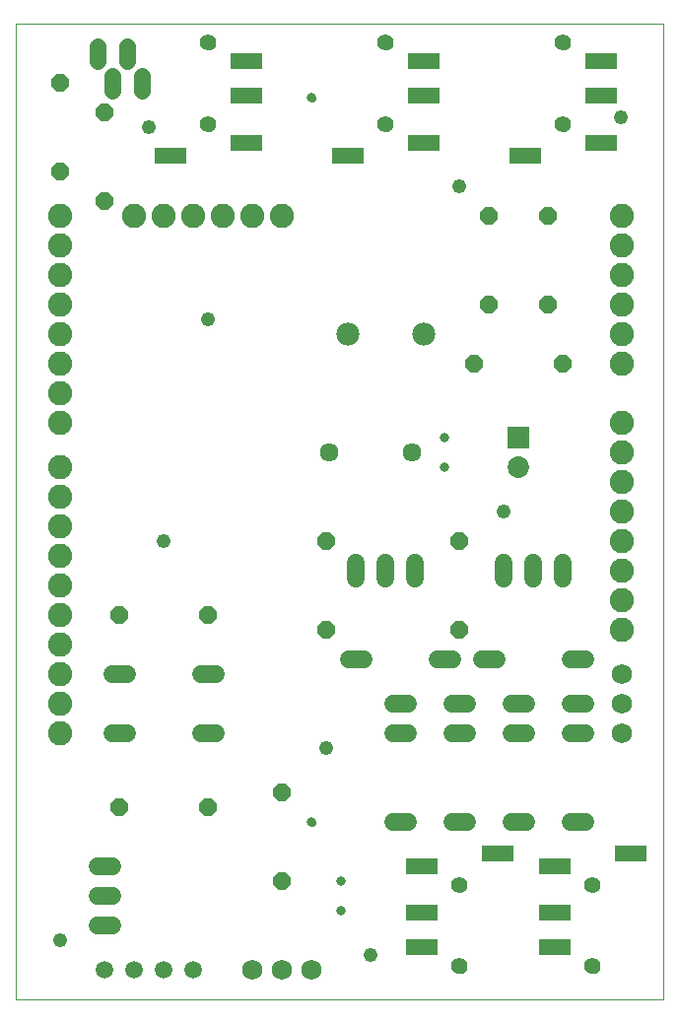
<source format=gts>
G75*
%MOIN*%
%OFA0B0*%
%FSLAX25Y25*%
%IPPOS*%
%LPD*%
%AMOC8*
5,1,8,0,0,1.08239X$1,22.5*
%
%ADD10C,0.00000*%
%ADD11C,0.03162*%
%ADD12C,0.08200*%
%ADD13C,0.07300*%
%ADD14R,0.07300X0.07300*%
%ADD15C,0.03162*%
%ADD16C,0.06343*%
%ADD17C,0.06000*%
%ADD18C,0.05950*%
%ADD19C,0.06800*%
%ADD20OC8,0.06000*%
%ADD21C,0.07800*%
%ADD22R,0.10643X0.05524*%
%ADD23C,0.05524*%
%ADD24C,0.05800*%
%ADD25C,0.04762*%
%ADD26C,0.04800*%
D10*
X0006800Y0012524D02*
X0006800Y0342484D01*
X0225501Y0342484D01*
X0225501Y0012524D01*
X0006800Y0012524D01*
X0105619Y0072524D02*
X0105621Y0072593D01*
X0105627Y0072661D01*
X0105637Y0072729D01*
X0105651Y0072796D01*
X0105669Y0072863D01*
X0105690Y0072928D01*
X0105716Y0072992D01*
X0105745Y0073054D01*
X0105777Y0073114D01*
X0105813Y0073173D01*
X0105853Y0073229D01*
X0105895Y0073283D01*
X0105941Y0073334D01*
X0105990Y0073383D01*
X0106041Y0073429D01*
X0106095Y0073471D01*
X0106151Y0073511D01*
X0106209Y0073547D01*
X0106270Y0073579D01*
X0106332Y0073608D01*
X0106396Y0073634D01*
X0106461Y0073655D01*
X0106528Y0073673D01*
X0106595Y0073687D01*
X0106663Y0073697D01*
X0106731Y0073703D01*
X0106800Y0073705D01*
X0106869Y0073703D01*
X0106937Y0073697D01*
X0107005Y0073687D01*
X0107072Y0073673D01*
X0107139Y0073655D01*
X0107204Y0073634D01*
X0107268Y0073608D01*
X0107330Y0073579D01*
X0107390Y0073547D01*
X0107449Y0073511D01*
X0107505Y0073471D01*
X0107559Y0073429D01*
X0107610Y0073383D01*
X0107659Y0073334D01*
X0107705Y0073283D01*
X0107747Y0073229D01*
X0107787Y0073173D01*
X0107823Y0073114D01*
X0107855Y0073054D01*
X0107884Y0072992D01*
X0107910Y0072928D01*
X0107931Y0072863D01*
X0107949Y0072796D01*
X0107963Y0072729D01*
X0107973Y0072661D01*
X0107979Y0072593D01*
X0107981Y0072524D01*
X0107979Y0072455D01*
X0107973Y0072387D01*
X0107963Y0072319D01*
X0107949Y0072252D01*
X0107931Y0072185D01*
X0107910Y0072120D01*
X0107884Y0072056D01*
X0107855Y0071994D01*
X0107823Y0071933D01*
X0107787Y0071875D01*
X0107747Y0071819D01*
X0107705Y0071765D01*
X0107659Y0071714D01*
X0107610Y0071665D01*
X0107559Y0071619D01*
X0107505Y0071577D01*
X0107449Y0071537D01*
X0107391Y0071501D01*
X0107330Y0071469D01*
X0107268Y0071440D01*
X0107204Y0071414D01*
X0107139Y0071393D01*
X0107072Y0071375D01*
X0107005Y0071361D01*
X0106937Y0071351D01*
X0106869Y0071345D01*
X0106800Y0071343D01*
X0106731Y0071345D01*
X0106663Y0071351D01*
X0106595Y0071361D01*
X0106528Y0071375D01*
X0106461Y0071393D01*
X0106396Y0071414D01*
X0106332Y0071440D01*
X0106270Y0071469D01*
X0106209Y0071501D01*
X0106151Y0071537D01*
X0106095Y0071577D01*
X0106041Y0071619D01*
X0105990Y0071665D01*
X0105941Y0071714D01*
X0105895Y0071765D01*
X0105853Y0071819D01*
X0105813Y0071875D01*
X0105777Y0071933D01*
X0105745Y0071994D01*
X0105716Y0072056D01*
X0105690Y0072120D01*
X0105669Y0072185D01*
X0105651Y0072252D01*
X0105637Y0072319D01*
X0105627Y0072387D01*
X0105621Y0072455D01*
X0105619Y0072524D01*
X0154438Y0051382D02*
X0154440Y0051479D01*
X0154446Y0051576D01*
X0154456Y0051672D01*
X0154470Y0051768D01*
X0154488Y0051864D01*
X0154509Y0051958D01*
X0154535Y0052052D01*
X0154564Y0052144D01*
X0154598Y0052235D01*
X0154634Y0052325D01*
X0154675Y0052413D01*
X0154719Y0052499D01*
X0154767Y0052584D01*
X0154818Y0052666D01*
X0154872Y0052747D01*
X0154930Y0052825D01*
X0154991Y0052900D01*
X0155054Y0052973D01*
X0155121Y0053044D01*
X0155191Y0053111D01*
X0155263Y0053176D01*
X0155338Y0053237D01*
X0155416Y0053296D01*
X0155495Y0053351D01*
X0155577Y0053403D01*
X0155661Y0053451D01*
X0155747Y0053496D01*
X0155835Y0053538D01*
X0155924Y0053576D01*
X0156015Y0053610D01*
X0156107Y0053640D01*
X0156200Y0053667D01*
X0156295Y0053689D01*
X0156390Y0053708D01*
X0156486Y0053723D01*
X0156582Y0053734D01*
X0156679Y0053741D01*
X0156776Y0053744D01*
X0156873Y0053743D01*
X0156970Y0053738D01*
X0157066Y0053729D01*
X0157162Y0053716D01*
X0157258Y0053699D01*
X0157353Y0053678D01*
X0157446Y0053654D01*
X0157539Y0053625D01*
X0157631Y0053593D01*
X0157721Y0053557D01*
X0157809Y0053518D01*
X0157896Y0053474D01*
X0157981Y0053428D01*
X0158064Y0053377D01*
X0158145Y0053324D01*
X0158223Y0053267D01*
X0158300Y0053207D01*
X0158373Y0053144D01*
X0158444Y0053078D01*
X0158512Y0053009D01*
X0158578Y0052937D01*
X0158640Y0052863D01*
X0158699Y0052786D01*
X0158755Y0052707D01*
X0158808Y0052625D01*
X0158858Y0052542D01*
X0158903Y0052456D01*
X0158946Y0052369D01*
X0158985Y0052280D01*
X0159020Y0052190D01*
X0159051Y0052098D01*
X0159078Y0052005D01*
X0159102Y0051911D01*
X0159122Y0051816D01*
X0159138Y0051720D01*
X0159150Y0051624D01*
X0159158Y0051527D01*
X0159162Y0051430D01*
X0159162Y0051334D01*
X0159158Y0051237D01*
X0159150Y0051140D01*
X0159138Y0051044D01*
X0159122Y0050948D01*
X0159102Y0050853D01*
X0159078Y0050759D01*
X0159051Y0050666D01*
X0159020Y0050574D01*
X0158985Y0050484D01*
X0158946Y0050395D01*
X0158903Y0050308D01*
X0158858Y0050222D01*
X0158808Y0050139D01*
X0158755Y0050057D01*
X0158699Y0049978D01*
X0158640Y0049901D01*
X0158578Y0049827D01*
X0158512Y0049755D01*
X0158444Y0049686D01*
X0158373Y0049620D01*
X0158300Y0049557D01*
X0158223Y0049497D01*
X0158145Y0049440D01*
X0158064Y0049387D01*
X0157981Y0049336D01*
X0157896Y0049290D01*
X0157809Y0049246D01*
X0157721Y0049207D01*
X0157631Y0049171D01*
X0157539Y0049139D01*
X0157446Y0049110D01*
X0157353Y0049086D01*
X0157258Y0049065D01*
X0157162Y0049048D01*
X0157066Y0049035D01*
X0156970Y0049026D01*
X0156873Y0049021D01*
X0156776Y0049020D01*
X0156679Y0049023D01*
X0156582Y0049030D01*
X0156486Y0049041D01*
X0156390Y0049056D01*
X0156295Y0049075D01*
X0156200Y0049097D01*
X0156107Y0049124D01*
X0156015Y0049154D01*
X0155924Y0049188D01*
X0155835Y0049226D01*
X0155747Y0049268D01*
X0155661Y0049313D01*
X0155577Y0049361D01*
X0155495Y0049413D01*
X0155416Y0049468D01*
X0155338Y0049527D01*
X0155263Y0049588D01*
X0155191Y0049653D01*
X0155121Y0049720D01*
X0155054Y0049791D01*
X0154991Y0049864D01*
X0154930Y0049939D01*
X0154872Y0050017D01*
X0154818Y0050098D01*
X0154767Y0050180D01*
X0154719Y0050265D01*
X0154675Y0050351D01*
X0154634Y0050439D01*
X0154598Y0050529D01*
X0154564Y0050620D01*
X0154535Y0050712D01*
X0154509Y0050806D01*
X0154488Y0050900D01*
X0154470Y0050996D01*
X0154456Y0051092D01*
X0154446Y0051188D01*
X0154440Y0051285D01*
X0154438Y0051382D01*
X0154438Y0023823D02*
X0154440Y0023920D01*
X0154446Y0024017D01*
X0154456Y0024113D01*
X0154470Y0024209D01*
X0154488Y0024305D01*
X0154509Y0024399D01*
X0154535Y0024493D01*
X0154564Y0024585D01*
X0154598Y0024676D01*
X0154634Y0024766D01*
X0154675Y0024854D01*
X0154719Y0024940D01*
X0154767Y0025025D01*
X0154818Y0025107D01*
X0154872Y0025188D01*
X0154930Y0025266D01*
X0154991Y0025341D01*
X0155054Y0025414D01*
X0155121Y0025485D01*
X0155191Y0025552D01*
X0155263Y0025617D01*
X0155338Y0025678D01*
X0155416Y0025737D01*
X0155495Y0025792D01*
X0155577Y0025844D01*
X0155661Y0025892D01*
X0155747Y0025937D01*
X0155835Y0025979D01*
X0155924Y0026017D01*
X0156015Y0026051D01*
X0156107Y0026081D01*
X0156200Y0026108D01*
X0156295Y0026130D01*
X0156390Y0026149D01*
X0156486Y0026164D01*
X0156582Y0026175D01*
X0156679Y0026182D01*
X0156776Y0026185D01*
X0156873Y0026184D01*
X0156970Y0026179D01*
X0157066Y0026170D01*
X0157162Y0026157D01*
X0157258Y0026140D01*
X0157353Y0026119D01*
X0157446Y0026095D01*
X0157539Y0026066D01*
X0157631Y0026034D01*
X0157721Y0025998D01*
X0157809Y0025959D01*
X0157896Y0025915D01*
X0157981Y0025869D01*
X0158064Y0025818D01*
X0158145Y0025765D01*
X0158223Y0025708D01*
X0158300Y0025648D01*
X0158373Y0025585D01*
X0158444Y0025519D01*
X0158512Y0025450D01*
X0158578Y0025378D01*
X0158640Y0025304D01*
X0158699Y0025227D01*
X0158755Y0025148D01*
X0158808Y0025066D01*
X0158858Y0024983D01*
X0158903Y0024897D01*
X0158946Y0024810D01*
X0158985Y0024721D01*
X0159020Y0024631D01*
X0159051Y0024539D01*
X0159078Y0024446D01*
X0159102Y0024352D01*
X0159122Y0024257D01*
X0159138Y0024161D01*
X0159150Y0024065D01*
X0159158Y0023968D01*
X0159162Y0023871D01*
X0159162Y0023775D01*
X0159158Y0023678D01*
X0159150Y0023581D01*
X0159138Y0023485D01*
X0159122Y0023389D01*
X0159102Y0023294D01*
X0159078Y0023200D01*
X0159051Y0023107D01*
X0159020Y0023015D01*
X0158985Y0022925D01*
X0158946Y0022836D01*
X0158903Y0022749D01*
X0158858Y0022663D01*
X0158808Y0022580D01*
X0158755Y0022498D01*
X0158699Y0022419D01*
X0158640Y0022342D01*
X0158578Y0022268D01*
X0158512Y0022196D01*
X0158444Y0022127D01*
X0158373Y0022061D01*
X0158300Y0021998D01*
X0158223Y0021938D01*
X0158145Y0021881D01*
X0158064Y0021828D01*
X0157981Y0021777D01*
X0157896Y0021731D01*
X0157809Y0021687D01*
X0157721Y0021648D01*
X0157631Y0021612D01*
X0157539Y0021580D01*
X0157446Y0021551D01*
X0157353Y0021527D01*
X0157258Y0021506D01*
X0157162Y0021489D01*
X0157066Y0021476D01*
X0156970Y0021467D01*
X0156873Y0021462D01*
X0156776Y0021461D01*
X0156679Y0021464D01*
X0156582Y0021471D01*
X0156486Y0021482D01*
X0156390Y0021497D01*
X0156295Y0021516D01*
X0156200Y0021538D01*
X0156107Y0021565D01*
X0156015Y0021595D01*
X0155924Y0021629D01*
X0155835Y0021667D01*
X0155747Y0021709D01*
X0155661Y0021754D01*
X0155577Y0021802D01*
X0155495Y0021854D01*
X0155416Y0021909D01*
X0155338Y0021968D01*
X0155263Y0022029D01*
X0155191Y0022094D01*
X0155121Y0022161D01*
X0155054Y0022232D01*
X0154991Y0022305D01*
X0154930Y0022380D01*
X0154872Y0022458D01*
X0154818Y0022539D01*
X0154767Y0022621D01*
X0154719Y0022706D01*
X0154675Y0022792D01*
X0154634Y0022880D01*
X0154598Y0022970D01*
X0154564Y0023061D01*
X0154535Y0023153D01*
X0154509Y0023247D01*
X0154488Y0023341D01*
X0154470Y0023437D01*
X0154456Y0023533D01*
X0154446Y0023629D01*
X0154440Y0023726D01*
X0154438Y0023823D01*
X0199438Y0023823D02*
X0199440Y0023920D01*
X0199446Y0024017D01*
X0199456Y0024113D01*
X0199470Y0024209D01*
X0199488Y0024305D01*
X0199509Y0024399D01*
X0199535Y0024493D01*
X0199564Y0024585D01*
X0199598Y0024676D01*
X0199634Y0024766D01*
X0199675Y0024854D01*
X0199719Y0024940D01*
X0199767Y0025025D01*
X0199818Y0025107D01*
X0199872Y0025188D01*
X0199930Y0025266D01*
X0199991Y0025341D01*
X0200054Y0025414D01*
X0200121Y0025485D01*
X0200191Y0025552D01*
X0200263Y0025617D01*
X0200338Y0025678D01*
X0200416Y0025737D01*
X0200495Y0025792D01*
X0200577Y0025844D01*
X0200661Y0025892D01*
X0200747Y0025937D01*
X0200835Y0025979D01*
X0200924Y0026017D01*
X0201015Y0026051D01*
X0201107Y0026081D01*
X0201200Y0026108D01*
X0201295Y0026130D01*
X0201390Y0026149D01*
X0201486Y0026164D01*
X0201582Y0026175D01*
X0201679Y0026182D01*
X0201776Y0026185D01*
X0201873Y0026184D01*
X0201970Y0026179D01*
X0202066Y0026170D01*
X0202162Y0026157D01*
X0202258Y0026140D01*
X0202353Y0026119D01*
X0202446Y0026095D01*
X0202539Y0026066D01*
X0202631Y0026034D01*
X0202721Y0025998D01*
X0202809Y0025959D01*
X0202896Y0025915D01*
X0202981Y0025869D01*
X0203064Y0025818D01*
X0203145Y0025765D01*
X0203223Y0025708D01*
X0203300Y0025648D01*
X0203373Y0025585D01*
X0203444Y0025519D01*
X0203512Y0025450D01*
X0203578Y0025378D01*
X0203640Y0025304D01*
X0203699Y0025227D01*
X0203755Y0025148D01*
X0203808Y0025066D01*
X0203858Y0024983D01*
X0203903Y0024897D01*
X0203946Y0024810D01*
X0203985Y0024721D01*
X0204020Y0024631D01*
X0204051Y0024539D01*
X0204078Y0024446D01*
X0204102Y0024352D01*
X0204122Y0024257D01*
X0204138Y0024161D01*
X0204150Y0024065D01*
X0204158Y0023968D01*
X0204162Y0023871D01*
X0204162Y0023775D01*
X0204158Y0023678D01*
X0204150Y0023581D01*
X0204138Y0023485D01*
X0204122Y0023389D01*
X0204102Y0023294D01*
X0204078Y0023200D01*
X0204051Y0023107D01*
X0204020Y0023015D01*
X0203985Y0022925D01*
X0203946Y0022836D01*
X0203903Y0022749D01*
X0203858Y0022663D01*
X0203808Y0022580D01*
X0203755Y0022498D01*
X0203699Y0022419D01*
X0203640Y0022342D01*
X0203578Y0022268D01*
X0203512Y0022196D01*
X0203444Y0022127D01*
X0203373Y0022061D01*
X0203300Y0021998D01*
X0203223Y0021938D01*
X0203145Y0021881D01*
X0203064Y0021828D01*
X0202981Y0021777D01*
X0202896Y0021731D01*
X0202809Y0021687D01*
X0202721Y0021648D01*
X0202631Y0021612D01*
X0202539Y0021580D01*
X0202446Y0021551D01*
X0202353Y0021527D01*
X0202258Y0021506D01*
X0202162Y0021489D01*
X0202066Y0021476D01*
X0201970Y0021467D01*
X0201873Y0021462D01*
X0201776Y0021461D01*
X0201679Y0021464D01*
X0201582Y0021471D01*
X0201486Y0021482D01*
X0201390Y0021497D01*
X0201295Y0021516D01*
X0201200Y0021538D01*
X0201107Y0021565D01*
X0201015Y0021595D01*
X0200924Y0021629D01*
X0200835Y0021667D01*
X0200747Y0021709D01*
X0200661Y0021754D01*
X0200577Y0021802D01*
X0200495Y0021854D01*
X0200416Y0021909D01*
X0200338Y0021968D01*
X0200263Y0022029D01*
X0200191Y0022094D01*
X0200121Y0022161D01*
X0200054Y0022232D01*
X0199991Y0022305D01*
X0199930Y0022380D01*
X0199872Y0022458D01*
X0199818Y0022539D01*
X0199767Y0022621D01*
X0199719Y0022706D01*
X0199675Y0022792D01*
X0199634Y0022880D01*
X0199598Y0022970D01*
X0199564Y0023061D01*
X0199535Y0023153D01*
X0199509Y0023247D01*
X0199488Y0023341D01*
X0199470Y0023437D01*
X0199456Y0023533D01*
X0199446Y0023629D01*
X0199440Y0023726D01*
X0199438Y0023823D01*
X0199438Y0051382D02*
X0199440Y0051479D01*
X0199446Y0051576D01*
X0199456Y0051672D01*
X0199470Y0051768D01*
X0199488Y0051864D01*
X0199509Y0051958D01*
X0199535Y0052052D01*
X0199564Y0052144D01*
X0199598Y0052235D01*
X0199634Y0052325D01*
X0199675Y0052413D01*
X0199719Y0052499D01*
X0199767Y0052584D01*
X0199818Y0052666D01*
X0199872Y0052747D01*
X0199930Y0052825D01*
X0199991Y0052900D01*
X0200054Y0052973D01*
X0200121Y0053044D01*
X0200191Y0053111D01*
X0200263Y0053176D01*
X0200338Y0053237D01*
X0200416Y0053296D01*
X0200495Y0053351D01*
X0200577Y0053403D01*
X0200661Y0053451D01*
X0200747Y0053496D01*
X0200835Y0053538D01*
X0200924Y0053576D01*
X0201015Y0053610D01*
X0201107Y0053640D01*
X0201200Y0053667D01*
X0201295Y0053689D01*
X0201390Y0053708D01*
X0201486Y0053723D01*
X0201582Y0053734D01*
X0201679Y0053741D01*
X0201776Y0053744D01*
X0201873Y0053743D01*
X0201970Y0053738D01*
X0202066Y0053729D01*
X0202162Y0053716D01*
X0202258Y0053699D01*
X0202353Y0053678D01*
X0202446Y0053654D01*
X0202539Y0053625D01*
X0202631Y0053593D01*
X0202721Y0053557D01*
X0202809Y0053518D01*
X0202896Y0053474D01*
X0202981Y0053428D01*
X0203064Y0053377D01*
X0203145Y0053324D01*
X0203223Y0053267D01*
X0203300Y0053207D01*
X0203373Y0053144D01*
X0203444Y0053078D01*
X0203512Y0053009D01*
X0203578Y0052937D01*
X0203640Y0052863D01*
X0203699Y0052786D01*
X0203755Y0052707D01*
X0203808Y0052625D01*
X0203858Y0052542D01*
X0203903Y0052456D01*
X0203946Y0052369D01*
X0203985Y0052280D01*
X0204020Y0052190D01*
X0204051Y0052098D01*
X0204078Y0052005D01*
X0204102Y0051911D01*
X0204122Y0051816D01*
X0204138Y0051720D01*
X0204150Y0051624D01*
X0204158Y0051527D01*
X0204162Y0051430D01*
X0204162Y0051334D01*
X0204158Y0051237D01*
X0204150Y0051140D01*
X0204138Y0051044D01*
X0204122Y0050948D01*
X0204102Y0050853D01*
X0204078Y0050759D01*
X0204051Y0050666D01*
X0204020Y0050574D01*
X0203985Y0050484D01*
X0203946Y0050395D01*
X0203903Y0050308D01*
X0203858Y0050222D01*
X0203808Y0050139D01*
X0203755Y0050057D01*
X0203699Y0049978D01*
X0203640Y0049901D01*
X0203578Y0049827D01*
X0203512Y0049755D01*
X0203444Y0049686D01*
X0203373Y0049620D01*
X0203300Y0049557D01*
X0203223Y0049497D01*
X0203145Y0049440D01*
X0203064Y0049387D01*
X0202981Y0049336D01*
X0202896Y0049290D01*
X0202809Y0049246D01*
X0202721Y0049207D01*
X0202631Y0049171D01*
X0202539Y0049139D01*
X0202446Y0049110D01*
X0202353Y0049086D01*
X0202258Y0049065D01*
X0202162Y0049048D01*
X0202066Y0049035D01*
X0201970Y0049026D01*
X0201873Y0049021D01*
X0201776Y0049020D01*
X0201679Y0049023D01*
X0201582Y0049030D01*
X0201486Y0049041D01*
X0201390Y0049056D01*
X0201295Y0049075D01*
X0201200Y0049097D01*
X0201107Y0049124D01*
X0201015Y0049154D01*
X0200924Y0049188D01*
X0200835Y0049226D01*
X0200747Y0049268D01*
X0200661Y0049313D01*
X0200577Y0049361D01*
X0200495Y0049413D01*
X0200416Y0049468D01*
X0200338Y0049527D01*
X0200263Y0049588D01*
X0200191Y0049653D01*
X0200121Y0049720D01*
X0200054Y0049791D01*
X0199991Y0049864D01*
X0199930Y0049939D01*
X0199872Y0050017D01*
X0199818Y0050098D01*
X0199767Y0050180D01*
X0199719Y0050265D01*
X0199675Y0050351D01*
X0199634Y0050439D01*
X0199598Y0050529D01*
X0199564Y0050620D01*
X0199535Y0050712D01*
X0199509Y0050806D01*
X0199488Y0050900D01*
X0199470Y0050996D01*
X0199456Y0051092D01*
X0199446Y0051188D01*
X0199440Y0051285D01*
X0199438Y0051382D01*
X0189438Y0308665D02*
X0189440Y0308762D01*
X0189446Y0308859D01*
X0189456Y0308955D01*
X0189470Y0309051D01*
X0189488Y0309147D01*
X0189509Y0309241D01*
X0189535Y0309335D01*
X0189564Y0309427D01*
X0189598Y0309518D01*
X0189634Y0309608D01*
X0189675Y0309696D01*
X0189719Y0309782D01*
X0189767Y0309867D01*
X0189818Y0309949D01*
X0189872Y0310030D01*
X0189930Y0310108D01*
X0189991Y0310183D01*
X0190054Y0310256D01*
X0190121Y0310327D01*
X0190191Y0310394D01*
X0190263Y0310459D01*
X0190338Y0310520D01*
X0190416Y0310579D01*
X0190495Y0310634D01*
X0190577Y0310686D01*
X0190661Y0310734D01*
X0190747Y0310779D01*
X0190835Y0310821D01*
X0190924Y0310859D01*
X0191015Y0310893D01*
X0191107Y0310923D01*
X0191200Y0310950D01*
X0191295Y0310972D01*
X0191390Y0310991D01*
X0191486Y0311006D01*
X0191582Y0311017D01*
X0191679Y0311024D01*
X0191776Y0311027D01*
X0191873Y0311026D01*
X0191970Y0311021D01*
X0192066Y0311012D01*
X0192162Y0310999D01*
X0192258Y0310982D01*
X0192353Y0310961D01*
X0192446Y0310937D01*
X0192539Y0310908D01*
X0192631Y0310876D01*
X0192721Y0310840D01*
X0192809Y0310801D01*
X0192896Y0310757D01*
X0192981Y0310711D01*
X0193064Y0310660D01*
X0193145Y0310607D01*
X0193223Y0310550D01*
X0193300Y0310490D01*
X0193373Y0310427D01*
X0193444Y0310361D01*
X0193512Y0310292D01*
X0193578Y0310220D01*
X0193640Y0310146D01*
X0193699Y0310069D01*
X0193755Y0309990D01*
X0193808Y0309908D01*
X0193858Y0309825D01*
X0193903Y0309739D01*
X0193946Y0309652D01*
X0193985Y0309563D01*
X0194020Y0309473D01*
X0194051Y0309381D01*
X0194078Y0309288D01*
X0194102Y0309194D01*
X0194122Y0309099D01*
X0194138Y0309003D01*
X0194150Y0308907D01*
X0194158Y0308810D01*
X0194162Y0308713D01*
X0194162Y0308617D01*
X0194158Y0308520D01*
X0194150Y0308423D01*
X0194138Y0308327D01*
X0194122Y0308231D01*
X0194102Y0308136D01*
X0194078Y0308042D01*
X0194051Y0307949D01*
X0194020Y0307857D01*
X0193985Y0307767D01*
X0193946Y0307678D01*
X0193903Y0307591D01*
X0193858Y0307505D01*
X0193808Y0307422D01*
X0193755Y0307340D01*
X0193699Y0307261D01*
X0193640Y0307184D01*
X0193578Y0307110D01*
X0193512Y0307038D01*
X0193444Y0306969D01*
X0193373Y0306903D01*
X0193300Y0306840D01*
X0193223Y0306780D01*
X0193145Y0306723D01*
X0193064Y0306670D01*
X0192981Y0306619D01*
X0192896Y0306573D01*
X0192809Y0306529D01*
X0192721Y0306490D01*
X0192631Y0306454D01*
X0192539Y0306422D01*
X0192446Y0306393D01*
X0192353Y0306369D01*
X0192258Y0306348D01*
X0192162Y0306331D01*
X0192066Y0306318D01*
X0191970Y0306309D01*
X0191873Y0306304D01*
X0191776Y0306303D01*
X0191679Y0306306D01*
X0191582Y0306313D01*
X0191486Y0306324D01*
X0191390Y0306339D01*
X0191295Y0306358D01*
X0191200Y0306380D01*
X0191107Y0306407D01*
X0191015Y0306437D01*
X0190924Y0306471D01*
X0190835Y0306509D01*
X0190747Y0306551D01*
X0190661Y0306596D01*
X0190577Y0306644D01*
X0190495Y0306696D01*
X0190416Y0306751D01*
X0190338Y0306810D01*
X0190263Y0306871D01*
X0190191Y0306936D01*
X0190121Y0307003D01*
X0190054Y0307074D01*
X0189991Y0307147D01*
X0189930Y0307222D01*
X0189872Y0307300D01*
X0189818Y0307381D01*
X0189767Y0307463D01*
X0189719Y0307548D01*
X0189675Y0307634D01*
X0189634Y0307722D01*
X0189598Y0307812D01*
X0189564Y0307903D01*
X0189535Y0307995D01*
X0189509Y0308089D01*
X0189488Y0308183D01*
X0189470Y0308279D01*
X0189456Y0308375D01*
X0189446Y0308471D01*
X0189440Y0308568D01*
X0189438Y0308665D01*
X0189438Y0336224D02*
X0189440Y0336321D01*
X0189446Y0336418D01*
X0189456Y0336514D01*
X0189470Y0336610D01*
X0189488Y0336706D01*
X0189509Y0336800D01*
X0189535Y0336894D01*
X0189564Y0336986D01*
X0189598Y0337077D01*
X0189634Y0337167D01*
X0189675Y0337255D01*
X0189719Y0337341D01*
X0189767Y0337426D01*
X0189818Y0337508D01*
X0189872Y0337589D01*
X0189930Y0337667D01*
X0189991Y0337742D01*
X0190054Y0337815D01*
X0190121Y0337886D01*
X0190191Y0337953D01*
X0190263Y0338018D01*
X0190338Y0338079D01*
X0190416Y0338138D01*
X0190495Y0338193D01*
X0190577Y0338245D01*
X0190661Y0338293D01*
X0190747Y0338338D01*
X0190835Y0338380D01*
X0190924Y0338418D01*
X0191015Y0338452D01*
X0191107Y0338482D01*
X0191200Y0338509D01*
X0191295Y0338531D01*
X0191390Y0338550D01*
X0191486Y0338565D01*
X0191582Y0338576D01*
X0191679Y0338583D01*
X0191776Y0338586D01*
X0191873Y0338585D01*
X0191970Y0338580D01*
X0192066Y0338571D01*
X0192162Y0338558D01*
X0192258Y0338541D01*
X0192353Y0338520D01*
X0192446Y0338496D01*
X0192539Y0338467D01*
X0192631Y0338435D01*
X0192721Y0338399D01*
X0192809Y0338360D01*
X0192896Y0338316D01*
X0192981Y0338270D01*
X0193064Y0338219D01*
X0193145Y0338166D01*
X0193223Y0338109D01*
X0193300Y0338049D01*
X0193373Y0337986D01*
X0193444Y0337920D01*
X0193512Y0337851D01*
X0193578Y0337779D01*
X0193640Y0337705D01*
X0193699Y0337628D01*
X0193755Y0337549D01*
X0193808Y0337467D01*
X0193858Y0337384D01*
X0193903Y0337298D01*
X0193946Y0337211D01*
X0193985Y0337122D01*
X0194020Y0337032D01*
X0194051Y0336940D01*
X0194078Y0336847D01*
X0194102Y0336753D01*
X0194122Y0336658D01*
X0194138Y0336562D01*
X0194150Y0336466D01*
X0194158Y0336369D01*
X0194162Y0336272D01*
X0194162Y0336176D01*
X0194158Y0336079D01*
X0194150Y0335982D01*
X0194138Y0335886D01*
X0194122Y0335790D01*
X0194102Y0335695D01*
X0194078Y0335601D01*
X0194051Y0335508D01*
X0194020Y0335416D01*
X0193985Y0335326D01*
X0193946Y0335237D01*
X0193903Y0335150D01*
X0193858Y0335064D01*
X0193808Y0334981D01*
X0193755Y0334899D01*
X0193699Y0334820D01*
X0193640Y0334743D01*
X0193578Y0334669D01*
X0193512Y0334597D01*
X0193444Y0334528D01*
X0193373Y0334462D01*
X0193300Y0334399D01*
X0193223Y0334339D01*
X0193145Y0334282D01*
X0193064Y0334229D01*
X0192981Y0334178D01*
X0192896Y0334132D01*
X0192809Y0334088D01*
X0192721Y0334049D01*
X0192631Y0334013D01*
X0192539Y0333981D01*
X0192446Y0333952D01*
X0192353Y0333928D01*
X0192258Y0333907D01*
X0192162Y0333890D01*
X0192066Y0333877D01*
X0191970Y0333868D01*
X0191873Y0333863D01*
X0191776Y0333862D01*
X0191679Y0333865D01*
X0191582Y0333872D01*
X0191486Y0333883D01*
X0191390Y0333898D01*
X0191295Y0333917D01*
X0191200Y0333939D01*
X0191107Y0333966D01*
X0191015Y0333996D01*
X0190924Y0334030D01*
X0190835Y0334068D01*
X0190747Y0334110D01*
X0190661Y0334155D01*
X0190577Y0334203D01*
X0190495Y0334255D01*
X0190416Y0334310D01*
X0190338Y0334369D01*
X0190263Y0334430D01*
X0190191Y0334495D01*
X0190121Y0334562D01*
X0190054Y0334633D01*
X0189991Y0334706D01*
X0189930Y0334781D01*
X0189872Y0334859D01*
X0189818Y0334940D01*
X0189767Y0335022D01*
X0189719Y0335107D01*
X0189675Y0335193D01*
X0189634Y0335281D01*
X0189598Y0335371D01*
X0189564Y0335462D01*
X0189535Y0335554D01*
X0189509Y0335648D01*
X0189488Y0335742D01*
X0189470Y0335838D01*
X0189456Y0335934D01*
X0189446Y0336030D01*
X0189440Y0336127D01*
X0189438Y0336224D01*
X0129438Y0336224D02*
X0129440Y0336321D01*
X0129446Y0336418D01*
X0129456Y0336514D01*
X0129470Y0336610D01*
X0129488Y0336706D01*
X0129509Y0336800D01*
X0129535Y0336894D01*
X0129564Y0336986D01*
X0129598Y0337077D01*
X0129634Y0337167D01*
X0129675Y0337255D01*
X0129719Y0337341D01*
X0129767Y0337426D01*
X0129818Y0337508D01*
X0129872Y0337589D01*
X0129930Y0337667D01*
X0129991Y0337742D01*
X0130054Y0337815D01*
X0130121Y0337886D01*
X0130191Y0337953D01*
X0130263Y0338018D01*
X0130338Y0338079D01*
X0130416Y0338138D01*
X0130495Y0338193D01*
X0130577Y0338245D01*
X0130661Y0338293D01*
X0130747Y0338338D01*
X0130835Y0338380D01*
X0130924Y0338418D01*
X0131015Y0338452D01*
X0131107Y0338482D01*
X0131200Y0338509D01*
X0131295Y0338531D01*
X0131390Y0338550D01*
X0131486Y0338565D01*
X0131582Y0338576D01*
X0131679Y0338583D01*
X0131776Y0338586D01*
X0131873Y0338585D01*
X0131970Y0338580D01*
X0132066Y0338571D01*
X0132162Y0338558D01*
X0132258Y0338541D01*
X0132353Y0338520D01*
X0132446Y0338496D01*
X0132539Y0338467D01*
X0132631Y0338435D01*
X0132721Y0338399D01*
X0132809Y0338360D01*
X0132896Y0338316D01*
X0132981Y0338270D01*
X0133064Y0338219D01*
X0133145Y0338166D01*
X0133223Y0338109D01*
X0133300Y0338049D01*
X0133373Y0337986D01*
X0133444Y0337920D01*
X0133512Y0337851D01*
X0133578Y0337779D01*
X0133640Y0337705D01*
X0133699Y0337628D01*
X0133755Y0337549D01*
X0133808Y0337467D01*
X0133858Y0337384D01*
X0133903Y0337298D01*
X0133946Y0337211D01*
X0133985Y0337122D01*
X0134020Y0337032D01*
X0134051Y0336940D01*
X0134078Y0336847D01*
X0134102Y0336753D01*
X0134122Y0336658D01*
X0134138Y0336562D01*
X0134150Y0336466D01*
X0134158Y0336369D01*
X0134162Y0336272D01*
X0134162Y0336176D01*
X0134158Y0336079D01*
X0134150Y0335982D01*
X0134138Y0335886D01*
X0134122Y0335790D01*
X0134102Y0335695D01*
X0134078Y0335601D01*
X0134051Y0335508D01*
X0134020Y0335416D01*
X0133985Y0335326D01*
X0133946Y0335237D01*
X0133903Y0335150D01*
X0133858Y0335064D01*
X0133808Y0334981D01*
X0133755Y0334899D01*
X0133699Y0334820D01*
X0133640Y0334743D01*
X0133578Y0334669D01*
X0133512Y0334597D01*
X0133444Y0334528D01*
X0133373Y0334462D01*
X0133300Y0334399D01*
X0133223Y0334339D01*
X0133145Y0334282D01*
X0133064Y0334229D01*
X0132981Y0334178D01*
X0132896Y0334132D01*
X0132809Y0334088D01*
X0132721Y0334049D01*
X0132631Y0334013D01*
X0132539Y0333981D01*
X0132446Y0333952D01*
X0132353Y0333928D01*
X0132258Y0333907D01*
X0132162Y0333890D01*
X0132066Y0333877D01*
X0131970Y0333868D01*
X0131873Y0333863D01*
X0131776Y0333862D01*
X0131679Y0333865D01*
X0131582Y0333872D01*
X0131486Y0333883D01*
X0131390Y0333898D01*
X0131295Y0333917D01*
X0131200Y0333939D01*
X0131107Y0333966D01*
X0131015Y0333996D01*
X0130924Y0334030D01*
X0130835Y0334068D01*
X0130747Y0334110D01*
X0130661Y0334155D01*
X0130577Y0334203D01*
X0130495Y0334255D01*
X0130416Y0334310D01*
X0130338Y0334369D01*
X0130263Y0334430D01*
X0130191Y0334495D01*
X0130121Y0334562D01*
X0130054Y0334633D01*
X0129991Y0334706D01*
X0129930Y0334781D01*
X0129872Y0334859D01*
X0129818Y0334940D01*
X0129767Y0335022D01*
X0129719Y0335107D01*
X0129675Y0335193D01*
X0129634Y0335281D01*
X0129598Y0335371D01*
X0129564Y0335462D01*
X0129535Y0335554D01*
X0129509Y0335648D01*
X0129488Y0335742D01*
X0129470Y0335838D01*
X0129456Y0335934D01*
X0129446Y0336030D01*
X0129440Y0336127D01*
X0129438Y0336224D01*
X0129438Y0308665D02*
X0129440Y0308762D01*
X0129446Y0308859D01*
X0129456Y0308955D01*
X0129470Y0309051D01*
X0129488Y0309147D01*
X0129509Y0309241D01*
X0129535Y0309335D01*
X0129564Y0309427D01*
X0129598Y0309518D01*
X0129634Y0309608D01*
X0129675Y0309696D01*
X0129719Y0309782D01*
X0129767Y0309867D01*
X0129818Y0309949D01*
X0129872Y0310030D01*
X0129930Y0310108D01*
X0129991Y0310183D01*
X0130054Y0310256D01*
X0130121Y0310327D01*
X0130191Y0310394D01*
X0130263Y0310459D01*
X0130338Y0310520D01*
X0130416Y0310579D01*
X0130495Y0310634D01*
X0130577Y0310686D01*
X0130661Y0310734D01*
X0130747Y0310779D01*
X0130835Y0310821D01*
X0130924Y0310859D01*
X0131015Y0310893D01*
X0131107Y0310923D01*
X0131200Y0310950D01*
X0131295Y0310972D01*
X0131390Y0310991D01*
X0131486Y0311006D01*
X0131582Y0311017D01*
X0131679Y0311024D01*
X0131776Y0311027D01*
X0131873Y0311026D01*
X0131970Y0311021D01*
X0132066Y0311012D01*
X0132162Y0310999D01*
X0132258Y0310982D01*
X0132353Y0310961D01*
X0132446Y0310937D01*
X0132539Y0310908D01*
X0132631Y0310876D01*
X0132721Y0310840D01*
X0132809Y0310801D01*
X0132896Y0310757D01*
X0132981Y0310711D01*
X0133064Y0310660D01*
X0133145Y0310607D01*
X0133223Y0310550D01*
X0133300Y0310490D01*
X0133373Y0310427D01*
X0133444Y0310361D01*
X0133512Y0310292D01*
X0133578Y0310220D01*
X0133640Y0310146D01*
X0133699Y0310069D01*
X0133755Y0309990D01*
X0133808Y0309908D01*
X0133858Y0309825D01*
X0133903Y0309739D01*
X0133946Y0309652D01*
X0133985Y0309563D01*
X0134020Y0309473D01*
X0134051Y0309381D01*
X0134078Y0309288D01*
X0134102Y0309194D01*
X0134122Y0309099D01*
X0134138Y0309003D01*
X0134150Y0308907D01*
X0134158Y0308810D01*
X0134162Y0308713D01*
X0134162Y0308617D01*
X0134158Y0308520D01*
X0134150Y0308423D01*
X0134138Y0308327D01*
X0134122Y0308231D01*
X0134102Y0308136D01*
X0134078Y0308042D01*
X0134051Y0307949D01*
X0134020Y0307857D01*
X0133985Y0307767D01*
X0133946Y0307678D01*
X0133903Y0307591D01*
X0133858Y0307505D01*
X0133808Y0307422D01*
X0133755Y0307340D01*
X0133699Y0307261D01*
X0133640Y0307184D01*
X0133578Y0307110D01*
X0133512Y0307038D01*
X0133444Y0306969D01*
X0133373Y0306903D01*
X0133300Y0306840D01*
X0133223Y0306780D01*
X0133145Y0306723D01*
X0133064Y0306670D01*
X0132981Y0306619D01*
X0132896Y0306573D01*
X0132809Y0306529D01*
X0132721Y0306490D01*
X0132631Y0306454D01*
X0132539Y0306422D01*
X0132446Y0306393D01*
X0132353Y0306369D01*
X0132258Y0306348D01*
X0132162Y0306331D01*
X0132066Y0306318D01*
X0131970Y0306309D01*
X0131873Y0306304D01*
X0131776Y0306303D01*
X0131679Y0306306D01*
X0131582Y0306313D01*
X0131486Y0306324D01*
X0131390Y0306339D01*
X0131295Y0306358D01*
X0131200Y0306380D01*
X0131107Y0306407D01*
X0131015Y0306437D01*
X0130924Y0306471D01*
X0130835Y0306509D01*
X0130747Y0306551D01*
X0130661Y0306596D01*
X0130577Y0306644D01*
X0130495Y0306696D01*
X0130416Y0306751D01*
X0130338Y0306810D01*
X0130263Y0306871D01*
X0130191Y0306936D01*
X0130121Y0307003D01*
X0130054Y0307074D01*
X0129991Y0307147D01*
X0129930Y0307222D01*
X0129872Y0307300D01*
X0129818Y0307381D01*
X0129767Y0307463D01*
X0129719Y0307548D01*
X0129675Y0307634D01*
X0129634Y0307722D01*
X0129598Y0307812D01*
X0129564Y0307903D01*
X0129535Y0307995D01*
X0129509Y0308089D01*
X0129488Y0308183D01*
X0129470Y0308279D01*
X0129456Y0308375D01*
X0129446Y0308471D01*
X0129440Y0308568D01*
X0129438Y0308665D01*
X0105619Y0317524D02*
X0105621Y0317593D01*
X0105627Y0317661D01*
X0105637Y0317729D01*
X0105651Y0317796D01*
X0105669Y0317863D01*
X0105690Y0317928D01*
X0105716Y0317992D01*
X0105745Y0318054D01*
X0105777Y0318114D01*
X0105813Y0318173D01*
X0105853Y0318229D01*
X0105895Y0318283D01*
X0105941Y0318334D01*
X0105990Y0318383D01*
X0106041Y0318429D01*
X0106095Y0318471D01*
X0106151Y0318511D01*
X0106209Y0318547D01*
X0106270Y0318579D01*
X0106332Y0318608D01*
X0106396Y0318634D01*
X0106461Y0318655D01*
X0106528Y0318673D01*
X0106595Y0318687D01*
X0106663Y0318697D01*
X0106731Y0318703D01*
X0106800Y0318705D01*
X0106869Y0318703D01*
X0106937Y0318697D01*
X0107005Y0318687D01*
X0107072Y0318673D01*
X0107139Y0318655D01*
X0107204Y0318634D01*
X0107268Y0318608D01*
X0107330Y0318579D01*
X0107390Y0318547D01*
X0107449Y0318511D01*
X0107505Y0318471D01*
X0107559Y0318429D01*
X0107610Y0318383D01*
X0107659Y0318334D01*
X0107705Y0318283D01*
X0107747Y0318229D01*
X0107787Y0318173D01*
X0107823Y0318114D01*
X0107855Y0318054D01*
X0107884Y0317992D01*
X0107910Y0317928D01*
X0107931Y0317863D01*
X0107949Y0317796D01*
X0107963Y0317729D01*
X0107973Y0317661D01*
X0107979Y0317593D01*
X0107981Y0317524D01*
X0107979Y0317455D01*
X0107973Y0317387D01*
X0107963Y0317319D01*
X0107949Y0317252D01*
X0107931Y0317185D01*
X0107910Y0317120D01*
X0107884Y0317056D01*
X0107855Y0316994D01*
X0107823Y0316933D01*
X0107787Y0316875D01*
X0107747Y0316819D01*
X0107705Y0316765D01*
X0107659Y0316714D01*
X0107610Y0316665D01*
X0107559Y0316619D01*
X0107505Y0316577D01*
X0107449Y0316537D01*
X0107391Y0316501D01*
X0107330Y0316469D01*
X0107268Y0316440D01*
X0107204Y0316414D01*
X0107139Y0316393D01*
X0107072Y0316375D01*
X0107005Y0316361D01*
X0106937Y0316351D01*
X0106869Y0316345D01*
X0106800Y0316343D01*
X0106731Y0316345D01*
X0106663Y0316351D01*
X0106595Y0316361D01*
X0106528Y0316375D01*
X0106461Y0316393D01*
X0106396Y0316414D01*
X0106332Y0316440D01*
X0106270Y0316469D01*
X0106209Y0316501D01*
X0106151Y0316537D01*
X0106095Y0316577D01*
X0106041Y0316619D01*
X0105990Y0316665D01*
X0105941Y0316714D01*
X0105895Y0316765D01*
X0105853Y0316819D01*
X0105813Y0316875D01*
X0105777Y0316933D01*
X0105745Y0316994D01*
X0105716Y0317056D01*
X0105690Y0317120D01*
X0105669Y0317185D01*
X0105651Y0317252D01*
X0105637Y0317319D01*
X0105627Y0317387D01*
X0105621Y0317455D01*
X0105619Y0317524D01*
X0069438Y0308665D02*
X0069440Y0308762D01*
X0069446Y0308859D01*
X0069456Y0308955D01*
X0069470Y0309051D01*
X0069488Y0309147D01*
X0069509Y0309241D01*
X0069535Y0309335D01*
X0069564Y0309427D01*
X0069598Y0309518D01*
X0069634Y0309608D01*
X0069675Y0309696D01*
X0069719Y0309782D01*
X0069767Y0309867D01*
X0069818Y0309949D01*
X0069872Y0310030D01*
X0069930Y0310108D01*
X0069991Y0310183D01*
X0070054Y0310256D01*
X0070121Y0310327D01*
X0070191Y0310394D01*
X0070263Y0310459D01*
X0070338Y0310520D01*
X0070416Y0310579D01*
X0070495Y0310634D01*
X0070577Y0310686D01*
X0070661Y0310734D01*
X0070747Y0310779D01*
X0070835Y0310821D01*
X0070924Y0310859D01*
X0071015Y0310893D01*
X0071107Y0310923D01*
X0071200Y0310950D01*
X0071295Y0310972D01*
X0071390Y0310991D01*
X0071486Y0311006D01*
X0071582Y0311017D01*
X0071679Y0311024D01*
X0071776Y0311027D01*
X0071873Y0311026D01*
X0071970Y0311021D01*
X0072066Y0311012D01*
X0072162Y0310999D01*
X0072258Y0310982D01*
X0072353Y0310961D01*
X0072446Y0310937D01*
X0072539Y0310908D01*
X0072631Y0310876D01*
X0072721Y0310840D01*
X0072809Y0310801D01*
X0072896Y0310757D01*
X0072981Y0310711D01*
X0073064Y0310660D01*
X0073145Y0310607D01*
X0073223Y0310550D01*
X0073300Y0310490D01*
X0073373Y0310427D01*
X0073444Y0310361D01*
X0073512Y0310292D01*
X0073578Y0310220D01*
X0073640Y0310146D01*
X0073699Y0310069D01*
X0073755Y0309990D01*
X0073808Y0309908D01*
X0073858Y0309825D01*
X0073903Y0309739D01*
X0073946Y0309652D01*
X0073985Y0309563D01*
X0074020Y0309473D01*
X0074051Y0309381D01*
X0074078Y0309288D01*
X0074102Y0309194D01*
X0074122Y0309099D01*
X0074138Y0309003D01*
X0074150Y0308907D01*
X0074158Y0308810D01*
X0074162Y0308713D01*
X0074162Y0308617D01*
X0074158Y0308520D01*
X0074150Y0308423D01*
X0074138Y0308327D01*
X0074122Y0308231D01*
X0074102Y0308136D01*
X0074078Y0308042D01*
X0074051Y0307949D01*
X0074020Y0307857D01*
X0073985Y0307767D01*
X0073946Y0307678D01*
X0073903Y0307591D01*
X0073858Y0307505D01*
X0073808Y0307422D01*
X0073755Y0307340D01*
X0073699Y0307261D01*
X0073640Y0307184D01*
X0073578Y0307110D01*
X0073512Y0307038D01*
X0073444Y0306969D01*
X0073373Y0306903D01*
X0073300Y0306840D01*
X0073223Y0306780D01*
X0073145Y0306723D01*
X0073064Y0306670D01*
X0072981Y0306619D01*
X0072896Y0306573D01*
X0072809Y0306529D01*
X0072721Y0306490D01*
X0072631Y0306454D01*
X0072539Y0306422D01*
X0072446Y0306393D01*
X0072353Y0306369D01*
X0072258Y0306348D01*
X0072162Y0306331D01*
X0072066Y0306318D01*
X0071970Y0306309D01*
X0071873Y0306304D01*
X0071776Y0306303D01*
X0071679Y0306306D01*
X0071582Y0306313D01*
X0071486Y0306324D01*
X0071390Y0306339D01*
X0071295Y0306358D01*
X0071200Y0306380D01*
X0071107Y0306407D01*
X0071015Y0306437D01*
X0070924Y0306471D01*
X0070835Y0306509D01*
X0070747Y0306551D01*
X0070661Y0306596D01*
X0070577Y0306644D01*
X0070495Y0306696D01*
X0070416Y0306751D01*
X0070338Y0306810D01*
X0070263Y0306871D01*
X0070191Y0306936D01*
X0070121Y0307003D01*
X0070054Y0307074D01*
X0069991Y0307147D01*
X0069930Y0307222D01*
X0069872Y0307300D01*
X0069818Y0307381D01*
X0069767Y0307463D01*
X0069719Y0307548D01*
X0069675Y0307634D01*
X0069634Y0307722D01*
X0069598Y0307812D01*
X0069564Y0307903D01*
X0069535Y0307995D01*
X0069509Y0308089D01*
X0069488Y0308183D01*
X0069470Y0308279D01*
X0069456Y0308375D01*
X0069446Y0308471D01*
X0069440Y0308568D01*
X0069438Y0308665D01*
X0069438Y0336224D02*
X0069440Y0336321D01*
X0069446Y0336418D01*
X0069456Y0336514D01*
X0069470Y0336610D01*
X0069488Y0336706D01*
X0069509Y0336800D01*
X0069535Y0336894D01*
X0069564Y0336986D01*
X0069598Y0337077D01*
X0069634Y0337167D01*
X0069675Y0337255D01*
X0069719Y0337341D01*
X0069767Y0337426D01*
X0069818Y0337508D01*
X0069872Y0337589D01*
X0069930Y0337667D01*
X0069991Y0337742D01*
X0070054Y0337815D01*
X0070121Y0337886D01*
X0070191Y0337953D01*
X0070263Y0338018D01*
X0070338Y0338079D01*
X0070416Y0338138D01*
X0070495Y0338193D01*
X0070577Y0338245D01*
X0070661Y0338293D01*
X0070747Y0338338D01*
X0070835Y0338380D01*
X0070924Y0338418D01*
X0071015Y0338452D01*
X0071107Y0338482D01*
X0071200Y0338509D01*
X0071295Y0338531D01*
X0071390Y0338550D01*
X0071486Y0338565D01*
X0071582Y0338576D01*
X0071679Y0338583D01*
X0071776Y0338586D01*
X0071873Y0338585D01*
X0071970Y0338580D01*
X0072066Y0338571D01*
X0072162Y0338558D01*
X0072258Y0338541D01*
X0072353Y0338520D01*
X0072446Y0338496D01*
X0072539Y0338467D01*
X0072631Y0338435D01*
X0072721Y0338399D01*
X0072809Y0338360D01*
X0072896Y0338316D01*
X0072981Y0338270D01*
X0073064Y0338219D01*
X0073145Y0338166D01*
X0073223Y0338109D01*
X0073300Y0338049D01*
X0073373Y0337986D01*
X0073444Y0337920D01*
X0073512Y0337851D01*
X0073578Y0337779D01*
X0073640Y0337705D01*
X0073699Y0337628D01*
X0073755Y0337549D01*
X0073808Y0337467D01*
X0073858Y0337384D01*
X0073903Y0337298D01*
X0073946Y0337211D01*
X0073985Y0337122D01*
X0074020Y0337032D01*
X0074051Y0336940D01*
X0074078Y0336847D01*
X0074102Y0336753D01*
X0074122Y0336658D01*
X0074138Y0336562D01*
X0074150Y0336466D01*
X0074158Y0336369D01*
X0074162Y0336272D01*
X0074162Y0336176D01*
X0074158Y0336079D01*
X0074150Y0335982D01*
X0074138Y0335886D01*
X0074122Y0335790D01*
X0074102Y0335695D01*
X0074078Y0335601D01*
X0074051Y0335508D01*
X0074020Y0335416D01*
X0073985Y0335326D01*
X0073946Y0335237D01*
X0073903Y0335150D01*
X0073858Y0335064D01*
X0073808Y0334981D01*
X0073755Y0334899D01*
X0073699Y0334820D01*
X0073640Y0334743D01*
X0073578Y0334669D01*
X0073512Y0334597D01*
X0073444Y0334528D01*
X0073373Y0334462D01*
X0073300Y0334399D01*
X0073223Y0334339D01*
X0073145Y0334282D01*
X0073064Y0334229D01*
X0072981Y0334178D01*
X0072896Y0334132D01*
X0072809Y0334088D01*
X0072721Y0334049D01*
X0072631Y0334013D01*
X0072539Y0333981D01*
X0072446Y0333952D01*
X0072353Y0333928D01*
X0072258Y0333907D01*
X0072162Y0333890D01*
X0072066Y0333877D01*
X0071970Y0333868D01*
X0071873Y0333863D01*
X0071776Y0333862D01*
X0071679Y0333865D01*
X0071582Y0333872D01*
X0071486Y0333883D01*
X0071390Y0333898D01*
X0071295Y0333917D01*
X0071200Y0333939D01*
X0071107Y0333966D01*
X0071015Y0333996D01*
X0070924Y0334030D01*
X0070835Y0334068D01*
X0070747Y0334110D01*
X0070661Y0334155D01*
X0070577Y0334203D01*
X0070495Y0334255D01*
X0070416Y0334310D01*
X0070338Y0334369D01*
X0070263Y0334430D01*
X0070191Y0334495D01*
X0070121Y0334562D01*
X0070054Y0334633D01*
X0069991Y0334706D01*
X0069930Y0334781D01*
X0069872Y0334859D01*
X0069818Y0334940D01*
X0069767Y0335022D01*
X0069719Y0335107D01*
X0069675Y0335193D01*
X0069634Y0335281D01*
X0069598Y0335371D01*
X0069564Y0335462D01*
X0069535Y0335554D01*
X0069509Y0335648D01*
X0069488Y0335742D01*
X0069470Y0335838D01*
X0069456Y0335934D01*
X0069446Y0336030D01*
X0069440Y0336127D01*
X0069438Y0336224D01*
D11*
X0106800Y0317524D03*
X0106800Y0072524D03*
D12*
X0021800Y0102524D03*
X0021800Y0112524D03*
X0021800Y0122524D03*
X0021800Y0132524D03*
X0021800Y0142524D03*
X0021800Y0152524D03*
X0021800Y0162524D03*
X0021800Y0172524D03*
X0021800Y0182524D03*
X0021800Y0192524D03*
X0021800Y0207524D03*
X0021800Y0217524D03*
X0021800Y0227524D03*
X0021800Y0237524D03*
X0021800Y0247524D03*
X0021800Y0257524D03*
X0021800Y0267524D03*
X0021800Y0277524D03*
X0046800Y0277524D03*
X0056800Y0277524D03*
X0066800Y0277524D03*
X0076800Y0277524D03*
X0086800Y0277524D03*
X0096800Y0277524D03*
X0211800Y0277524D03*
X0211800Y0267524D03*
X0211800Y0257524D03*
X0211800Y0247524D03*
X0211800Y0237524D03*
X0211800Y0227524D03*
X0211800Y0207524D03*
X0211800Y0197524D03*
X0211800Y0187524D03*
X0211800Y0177524D03*
X0211800Y0167524D03*
X0211800Y0157524D03*
X0211800Y0147524D03*
X0211800Y0137524D03*
D13*
X0176800Y0192524D03*
D14*
X0176800Y0202524D03*
D15*
X0151800Y0202524D03*
X0151800Y0192524D03*
X0116800Y0052524D03*
X0116800Y0042524D03*
D16*
X0112800Y0197524D03*
X0140800Y0197524D03*
D17*
X0141800Y0160124D02*
X0141800Y0154924D01*
X0131800Y0154924D02*
X0131800Y0160124D01*
X0121800Y0160124D02*
X0121800Y0154924D01*
X0124400Y0127524D02*
X0119200Y0127524D01*
X0134200Y0112524D02*
X0139400Y0112524D01*
X0139400Y0102524D02*
X0134200Y0102524D01*
X0149200Y0127524D02*
X0154400Y0127524D01*
X0164200Y0127524D02*
X0169400Y0127524D01*
X0174200Y0112524D02*
X0179400Y0112524D01*
X0179400Y0102524D02*
X0174200Y0102524D01*
X0159400Y0102524D02*
X0154200Y0102524D01*
X0154200Y0112524D02*
X0159400Y0112524D01*
X0159400Y0072524D02*
X0154200Y0072524D01*
X0139400Y0072524D02*
X0134200Y0072524D01*
X0174200Y0072524D02*
X0179400Y0072524D01*
X0194200Y0072524D02*
X0199400Y0072524D01*
X0199400Y0102524D02*
X0194200Y0102524D01*
X0194200Y0112524D02*
X0199400Y0112524D01*
X0199400Y0127524D02*
X0194200Y0127524D01*
X0191800Y0154924D02*
X0191800Y0160124D01*
X0181800Y0160124D02*
X0181800Y0154924D01*
X0171800Y0154924D02*
X0171800Y0160124D01*
X0074400Y0122524D02*
X0069200Y0122524D01*
X0069200Y0102524D02*
X0074400Y0102524D01*
X0044400Y0102524D02*
X0039200Y0102524D01*
X0039200Y0122524D02*
X0044400Y0122524D01*
X0039400Y0057524D02*
X0034200Y0057524D01*
X0034200Y0047524D02*
X0039400Y0047524D01*
X0039400Y0037524D02*
X0034200Y0037524D01*
D18*
X0036800Y0022524D03*
X0046800Y0022524D03*
X0056800Y0022524D03*
X0066800Y0022524D03*
D19*
X0086800Y0022524D03*
X0096800Y0022524D03*
X0106800Y0022524D03*
X0211800Y0102524D03*
X0211800Y0112524D03*
X0211800Y0122524D03*
D20*
X0156800Y0137524D03*
X0156800Y0167524D03*
X0161800Y0227524D03*
X0166800Y0247524D03*
X0186800Y0247524D03*
X0191800Y0227524D03*
X0186800Y0277524D03*
X0166800Y0277524D03*
X0111800Y0167524D03*
X0111800Y0137524D03*
X0096800Y0082524D03*
X0096800Y0052524D03*
X0071800Y0077524D03*
X0041800Y0077524D03*
X0041800Y0142524D03*
X0071800Y0142524D03*
X0036800Y0282524D03*
X0021800Y0292524D03*
X0036800Y0312524D03*
X0021800Y0322524D03*
D21*
X0119005Y0237524D03*
X0144595Y0237524D03*
D22*
X0119005Y0298035D03*
X0144595Y0302366D03*
X0144595Y0318114D03*
X0144595Y0329925D03*
X0179005Y0298035D03*
X0204595Y0302366D03*
X0204595Y0318114D03*
X0204595Y0329925D03*
X0084595Y0329925D03*
X0084595Y0318114D03*
X0084595Y0302366D03*
X0059005Y0298035D03*
X0169595Y0062012D03*
X0189005Y0057681D03*
X0189005Y0041933D03*
X0189005Y0030122D03*
X0214595Y0062012D03*
X0144005Y0057681D03*
X0144005Y0041933D03*
X0144005Y0030122D03*
D23*
X0156800Y0023823D03*
X0156800Y0051382D03*
X0201800Y0051382D03*
X0201800Y0023823D03*
X0191800Y0308665D03*
X0191800Y0336224D03*
X0131800Y0336224D03*
X0131800Y0308665D03*
X0071800Y0308665D03*
X0071800Y0336224D03*
D24*
X0049300Y0325024D02*
X0049300Y0320024D01*
X0044300Y0330024D02*
X0044300Y0335024D01*
X0039300Y0325024D02*
X0039300Y0320024D01*
X0034300Y0330024D02*
X0034300Y0335024D01*
D25*
X0051800Y0307524D03*
X0071800Y0242524D03*
X0056800Y0167524D03*
X0111800Y0097524D03*
X0126800Y0027524D03*
X0171800Y0177524D03*
X0156800Y0287524D03*
X0021800Y0032524D03*
D26*
X0211200Y0310924D03*
M02*

</source>
